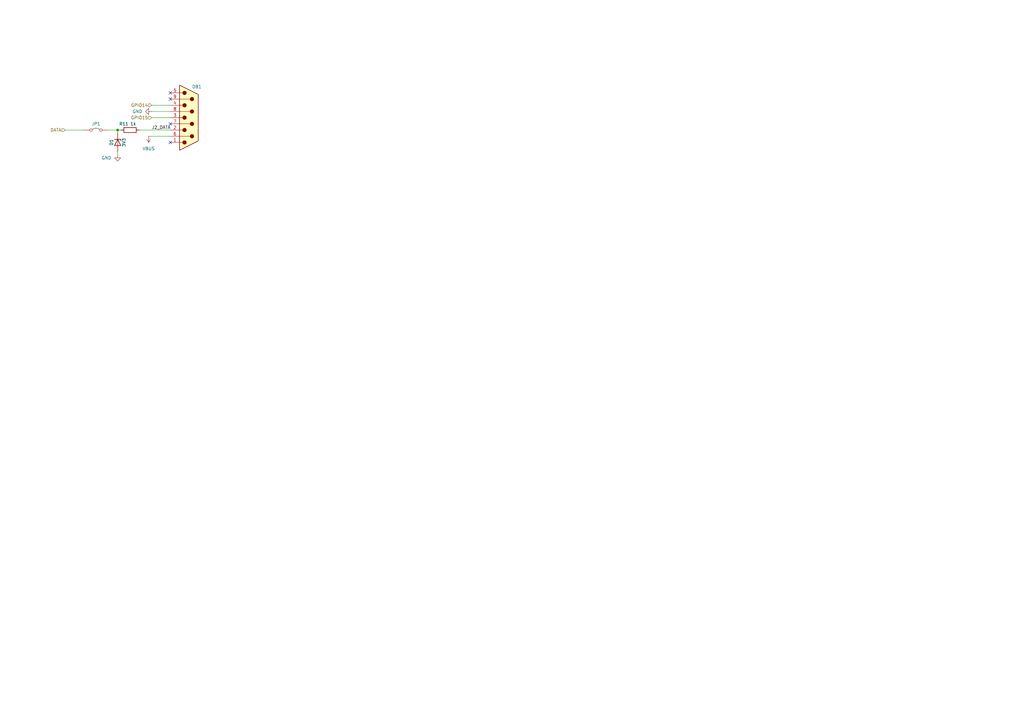
<source format=kicad_sch>
(kicad_sch (version 20231120) (generator "eeschema") (generator_version "8.0")
  (paper "A3")
  (title_block (title "FRANK2") (date "2024-11-21") (rev "1.0") (company "Mikhail Matveev") (comment 1 "https://github.com/xtremespb/frank2"))
  (lib_symbols
    (symbol "Connector:DB9_Male" (pin_names (offset 1.016) hide)
      (property "Reference" "J" (at 0 13.97 0))
      (property "Value" "DB9_Male" (at 0 -14.605 0))
      (symbol "DB9_Male_0_1"
        (circle (center -1.778 -10.16) (radius 0.762) (fill (type outline)))
        (circle (center -1.778 -5.08) (radius 0.762) (fill (type outline)))
        (circle (center -1.778 0) (radius 0.762) (fill (type outline)))
        (circle (center -1.778 5.08) (radius 0.762) (fill (type outline)))
        (circle (center -1.778 10.16) (radius 0.762) (fill (type outline)))
        (polyline (pts (xy -3.81 -10.16) (xy -2.54 -10.16)))
        (polyline (pts (xy -3.81 -7.62) (xy 0.508 -7.62)))
        (polyline (pts (xy -3.81 -5.08) (xy -2.54 -5.08)))
        (polyline (pts (xy -3.81 -2.54) (xy 0.508 -2.54)))
        (polyline (pts (xy -3.81 0) (xy -2.54 0)))
        (polyline (pts (xy -3.81 2.54) (xy 0.508 2.54)))
        (polyline (pts (xy -3.81 5.08) (xy -2.54 5.08)))
        (polyline (pts (xy -3.81 7.62) (xy 0.508 7.62)))
        (polyline (pts (xy -3.81 10.16) (xy -2.54 10.16)))
        (polyline (pts (xy -3.81 -13.335) (xy -3.81 13.335) (xy 3.81 9.525) (xy 3.81 -9.525) (xy -3.81 -13.335)) (stroke (width 0.254)) (fill (type background)))
        (circle (center 1.27 -7.62) (radius 0.762) (fill (type outline)))
        (circle (center 1.27 -2.54) (radius 0.762) (fill (type outline)))
        (circle (center 1.27 2.54) (radius 0.762) (fill (type outline)))
        (circle (center 1.27 7.62) (radius 0.762) (fill (type outline)))
      )
      (symbol "DB9_Male_1_1"
        (pin passive line (at -7.62 -10.16 0) (length 3.81) (name "1") (number "1"))
        (pin passive line (at -7.62 -5.08 0) (length 3.81) (name "2") (number "2"))
        (pin passive line (at -7.62 0 0) (length 3.81) (name "3") (number "3"))
        (pin passive line (at -7.62 5.08 0) (length 3.81) (name "4") (number "4"))
        (pin passive line (at -7.62 10.16 0) (length 3.81) (name "5") (number "5"))
        (pin passive line (at -7.62 -7.62 0) (length 3.81) (name "6") (number "6"))
        (pin passive line (at -7.62 -2.54 0) (length 3.81) (name "7") (number "7"))
        (pin passive line (at -7.62 2.54 0) (length 3.81) (name "8") (number "8"))
        (pin passive line (at -7.62 7.62 0) (length 3.81) (name "9") (number "9"))
      )
    )
    (symbol "Device:D_Zener" (pin_numbers hide) (pin_names (offset 1.016) hide)
      (property "Reference" "D" (at 0 2.54 0))
      (property "Value" "D_Zener" (at 0 -2.54 0))
      (symbol "D_Zener_0_1"
        (polyline (pts (xy 1.27 0) (xy -1.27 0)))
        (polyline (pts (xy -1.27 -1.27) (xy -1.27 1.27) (xy -0.762 1.27)) (stroke (width 0.254)))
        (polyline (pts (xy 1.27 -1.27) (xy 1.27 1.27) (xy -1.27 0) (xy 1.27 -1.27)) (stroke (width 0.254)))
      )
      (symbol "D_Zener_1_1"
        (pin passive line (at -3.81 0 0) (length 2.54) (name "K") (number "1"))
        (pin passive line (at 3.81 0 180) (length 2.54) (name "A") (number "2"))
      )
    )
    (symbol "Device:R" (pin_numbers hide) (pin_names (offset 0))
      (property "Reference" "R" (at 2.032 0 90))
      (property "Value" "R" (at 0 0 90))
      (symbol "R_0_1"
        (rectangle (start -1.016 -2.54) (end 1.016 2.54) (stroke (width 0.254)))
      )
      (symbol "R_1_1"
        (pin passive line (at 0 3.81 270) (length 1.27) (name "~") (number "1"))
        (pin passive line (at 0 -3.81 90) (length 1.27) (name "~") (number "2"))
      )
    )
    (symbol "GND_1" (power) (pin_numbers hide) (pin_names (offset 0) hide)
      (property "Value" "GND" (at 0 -3.81 0))
      (symbol "GND_1_0_1"
        (polyline (pts (xy 0 0) (xy 0 -1.27) (xy 1.27 -1.27) (xy 0 -2.54) (xy -1.27 -1.27) (xy 0 -1.27)))
      )
      (symbol "GND_1_1_1"
        (pin power_in line (at 0 0 270) (length 0) (name "~") (number "1"))
      )
    )
    (symbol "Jumper:Jumper_2_Bridged" (pin_numbers hide) (pin_names (offset 0) hide) (exclude_from_sim yes)
      (property "Reference" "JP" (at 0 1.905 0))
      (property "Value" "Jumper_2_Bridged" (at 0 -2.54 0))
      (symbol "Jumper_2_Bridged_0_0"
        (circle (center -2.032 0) (radius 0.508))
        (circle (center 2.032 0) (radius 0.508))
      )
      (symbol "Jumper_2_Bridged_0_1"
        (arc (start 1.524 0.254) (mid 0 0.762) (end -1.524 0.254))
      )
      (symbol "Jumper_2_Bridged_1_1"
        (pin passive line (at -5.08 0 0) (length 2.54) (name "A") (number "1"))
        (pin passive line (at 5.08 0 180) (length 2.54) (name "B") (number "2"))
      )
    )
    (symbol "power:GND" (power) (pin_names (offset 0))
      (property "Value" "GND" (at 0 -3.81 0))
      (symbol "GND_0_1"
        (polyline (pts (xy 0 0) (xy 0 -1.27) (xy 1.27 -1.27) (xy 0 -2.54) (xy -1.27 -1.27) (xy 0 -1.27)))
      )
      (symbol "GND_1_1"
        (pin power_in line (at 0 0 270) (length 0) hide (name "GND") (number "1"))
      )
    )
    (symbol "power:VBUS" (power) (pin_numbers hide) (pin_names (offset 0) hide)
      (property "Value" "VBUS" (at 0 3.556 0))
      (symbol "VBUS_0_1"
        (polyline (pts (xy -0.762 1.27) (xy 0 2.54)))
        (polyline (pts (xy 0 0) (xy 0 2.54)))
        (polyline (pts (xy 0 2.54) (xy 0.762 1.27)))
      )
      (symbol "VBUS_1_1"
        (pin power_in line (at 0 0 90) (length 0) (name "~") (number "1"))
      )
    )
  )
  (junction (at 48.26 53.34))
  (no_connect (at 69.85 40.64))
  (no_connect (at 69.85 38.1))
  (no_connect (at 69.85 50.8))
  (no_connect (at 69.85 58.42))
  (wire (pts (xy 44.45 53.34) (xy 48.26 53.34)))
  (wire (pts (xy 62.23 48.26) (xy 69.85 48.26)))
  (wire (pts (xy 62.23 43.18) (xy 69.85 43.18)))
  (wire (pts (xy 60.96 55.88) (xy 69.85 55.88)))
  (wire (pts (xy 48.26 53.34) (xy 48.26 54.61)))
  (wire (pts (xy 26.67 53.34) (xy 34.29 53.34)))
  (wire (pts (xy 49.53 53.34) (xy 48.26 53.34)))
  (wire (pts (xy 48.26 62.23) (xy 48.26 63.5)))
  (wire (pts (xy 62.23 45.72) (xy 69.85 45.72)))
  (wire (pts (xy 57.15 53.34) (xy 69.85 53.34)))
  (label "J2_DATA" (at 62.23 53.34 0))
  (hierarchical_label "GPIO14" (shape input) (at 62.23 43.18 180))
  (hierarchical_label "GPIO15" (shape input) (at 62.23 48.26 180))
  (hierarchical_label "DATA" (shape input) (at 26.67 53.34 180))
  (symbol (lib_id "power:GND") (at 48.26 63.5 0) (unit 1)
    (property "Reference" "#PWR020" (effects (hide yes)))
    (property "Value" "GND" (at 45.72 64.77 0) (effects (justify right)))
    (instances (project "frank2" (path "" (reference "#PWR020") (unit 1)) (path "" (reference "#PWR048") (unit 1))))
  )
  (symbol (lib_id "Jumper:Jumper_2_Bridged") (at 39.37 53.34 0) (unit 1) (exclude_from_sim yes)
    (property "Reference" "JP1" (at 39.37 50.8 0))
    (property "Value" "RP ZERO +5V Jumper" (effects (hide yes)))
    (property "Footprint" "LIBS:Medved_PinHeader_1x02_P2.54mm_Vertical_R" (effects (hide yes)))
    (property "Description" "Jumper, 2-pole, closed/bridged" (effects (hide yes)))
    (instances (project "frank2" (path "" (reference "JP1") (unit 1)) (path "" (reference "JP4") (unit 1))))
  )
  (symbol (lib_id "Device:D_Zener") (at 48.26 58.42 270) (unit 1)
    (property "Reference" "D1" (at 45.72 58.42 0))
    (property "Value" "3V3" (at 50.8 58.42 0))
    (property "Footprint" "Diode_SMD:D_0805_2012Metric_Pad1.15x1.40mm_HandSolder" (effects (hide yes)))
    (instances (project "frank2" (path "" (reference "D1") (unit 1)) (path "" (reference "D3") (unit 1))))
  )
  (symbol (lib_id "power:VBUS") (at 60.96 55.88 180) (unit 1)
    (property "Reference" "#PWR021" (effects (hide yes)))
    (property "Value" "VBUS" (at 60.96 60.96 0))
    (property "Description" "Power symbol creates a global label with name \"VBUS\"" (effects (hide yes)))
    (instances (project "" (path "" (reference "#PWR021") (unit 1)) (path "" (reference "#PWR049") (unit 1))))
  )
  (symbol (lib_id "Connector:DB9_Male") (at 77.47 48.26 0) (unit 1)
    (property "Reference" "DB1" (at 78.74 35.56 0) (effects (justify left)))
    (property "Value" "Joystick" (effects (hide yes)))
    (property "Footprint" "Connector_Dsub:DSUB-9_Male_Horizontal_P2.77x2.84mm_EdgePinOffset4.94mm_Housed_MountingHolesOffset7.48mm" (effects (hide yes)))
    (instances (project "frank2" (path "" (reference "DB1") (unit 1)) (path "" (reference "DB2") (unit 1))))
  )
  (symbol (lib_name "GND_1") (lib_id "power:GND") (at 62.23 45.72 270) (unit 1)
    (property "Reference" "#PWR022" (effects (hide yes)))
    (property "Value" "GND" (at 58.42 45.7199 90) (effects (justify right)))
    (property "Description" "Power symbol creates a global label with name \"GND\" , ground" (effects (hide yes)))
    (instances (project "" (path "" (reference "#PWR022") (unit 1)) (path "" (reference "#PWR050") (unit 1))))
  )
  (symbol (lib_id "Device:R") (at 53.34 53.34 90) (unit 1)
    (property "Reference" "R11" (at 50.8 50.8 90))
    (property "Value" "1k" (at 54.61 50.8 90))
    (property "Footprint" "Resistor_SMD:R_0805_2012Metric_Pad1.20x1.40mm_HandSolder" (effects (hide yes)))
    (instances (project "frank2" (path "" (reference "R11") (unit 1)) (path "" (reference "R34") (unit 1))))
  )
)
</source>
